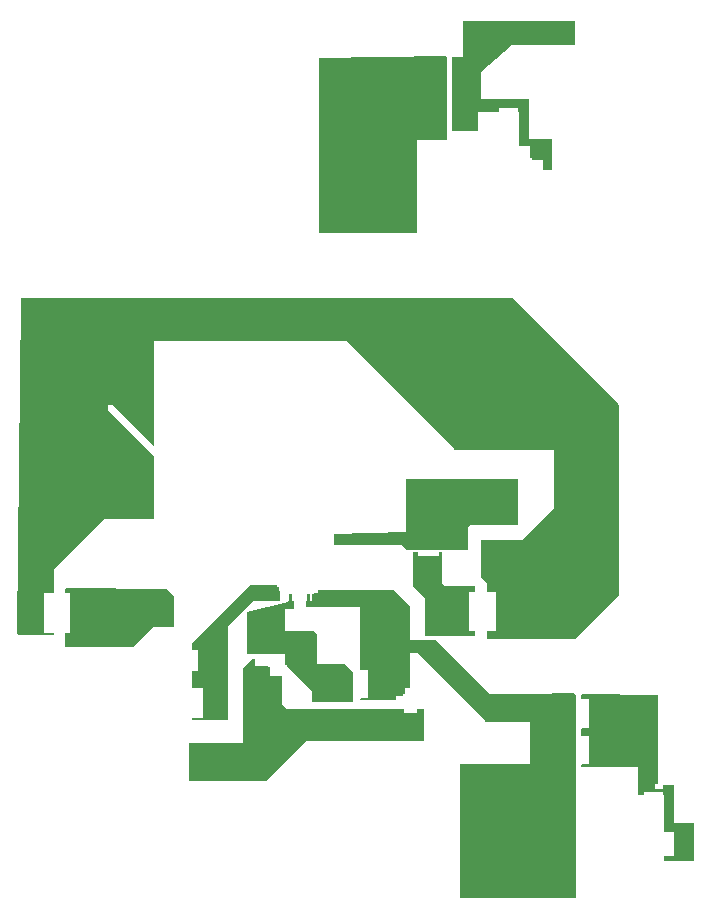
<source format=gtl>
%FSTAX23Y23*%
%MOIN*%
%SFA1B1*%

%IPPOS*%
%ADD12C,0.010000*%
%ADD15R,0.096500X0.096500*%
%ADD16R,0.023600X0.009800*%
%ADD17R,0.009800X0.023600*%
%ADD18R,0.066900X0.078700*%
%ADD19R,0.118100X0.216500*%
%ADD20R,0.037400X0.066900*%
%ADD21R,0.066900X0.037400*%
%ADD22R,0.035400X0.072800*%
%ADD23R,0.072800X0.035400*%
%ADD24R,0.051200X0.110200*%
%ADD25R,0.070900X0.029500*%
%ADD26R,0.082800X0.110500*%
%ADD27R,0.066900X0.039400*%
%ADD28R,0.061000X0.137800*%
%ADD29R,0.110200X0.051200*%
%ADD30R,0.086600X0.059100*%
%ADD31R,0.051200X0.035400*%
%ADD32R,0.035400X0.074800*%
%ADD33R,0.043300X0.023600*%
%ADD34R,0.055400X0.061500*%
%ADD35R,0.057600X0.049400*%
%ADD36R,0.053600X0.045500*%
%ADD37R,0.053100X0.037400*%
%ADD38R,0.050000X0.030000*%
%ADD39R,0.100000X0.105100*%
%ADD40R,0.105100X0.100000*%
%ADD41R,0.030000X0.050000*%
%ADD42R,0.023600X0.023600*%
%ADD68C,0.008000*%
%ADD69C,0.015000*%
%ADD70C,0.020000*%
%ADD71C,0.012000*%
%ADD72R,0.070900X0.070900*%
%ADD73C,0.070900*%
%ADD74R,0.070900X0.070900*%
%ADD75C,0.026000*%
G36*
X03879Y04492D02*
Y04217D01*
X03781*
X0378Y04218*
Y03905*
X03457*
X03453Y03908*
Y04489*
X03876Y04496*
X03879Y04492*
G37*
G36*
X04306Y04602D02*
Y04533D01*
X04098*
X03995Y04443*
Y04354*
X04153*
Y04218*
X04231*
Y04115*
X04201*
Y0415*
X04163*
Y04155*
X04158*
Y04196*
X04125*
X04122Y04199*
Y04309*
X04116*
Y04321*
X04053*
Y04309*
X03984*
Y04246*
X03983Y04245*
X03898*
Y04493*
X03935*
Y04611*
X04306*
Y04602*
G37*
G36*
X04116Y02932D02*
X03957D01*
X03949Y02924*
Y02849*
X03745*
Y02855*
X0374Y02853*
X03729Y02865*
X03505*
Y02904*
X03745Y02909*
Y03085*
X04116*
Y02932*
G37*
G36*
X03865Y02737D02*
X03874Y02728D01*
X03974*
Y02709*
X03955*
Y02644*
Y02579*
X03974*
Y02564*
X03807*
Y02689*
X03766Y02729*
Y02842*
X03785*
Y02829*
X0382*
X03855*
Y02842*
X03865*
Y02737*
G37*
G36*
X03756Y02663D02*
Y02547D01*
X03759Y0255*
X03842Y02549*
X04023Y02368*
X04158*
Y02369*
X04303Y02371*
X04311Y02363*
Y01689*
X03924*
Y02137*
X04155*
X04158Y0214*
Y02277*
X04011*
X03783Y02505*
X03756*
Y02395*
X03756Y0239*
X03739*
Y02369*
X03734*
Y02364*
X03712*
Y02348*
X03594*
X0359Y02352*
Y02353*
X03594Y02356*
X03595*
X03617*
Y02402*
Y02449*
X03595*
X03594*
X0359Y02451*
Y0266*
X0341*
Y0268*
X03413*
Y02701*
X03423*
Y0268*
X03432*
Y02701*
X03437*
Y02706*
X03452*
Y02715*
X03704*
X03756Y02663*
G37*
G36*
X04455Y03334D02*
Y02699D01*
X04309Y02554*
X04015*
Y02579*
X04044*
Y02644*
Y02709*
X04015*
Y02738*
X03993Y0276*
Y02884*
X04131*
X04236Y02989*
Y03183*
X03908*
X03546Y03545*
X02905*
Y03199*
X029Y03197*
X02766Y03332*
X02766Y03333*
X02749*
Y03315*
X0275Y03316*
X02905Y03161*
Y03098*
X02904Y03097*
Y02952*
X02736*
X02569Y02786*
Y02705*
X02537*
Y02639*
Y02574*
X02569*
Y02567*
X02452*
X02447Y02572*
X0246Y0369*
X04099*
X04455Y03334*
G37*
G36*
X02947Y0272D02*
X0297Y02697D01*
Y02591*
X02902*
X02838Y02527*
X02606*
Y02574*
X02625*
Y02639*
Y02705*
X02606*
Y02717*
X02609Y02721*
X02947Y0272*
G37*
G36*
X03364Y0268D02*
X03369D01*
Y02652*
X03341*
Y02578*
X03438*
X03447Y02568*
Y02468*
X03539*
X03568Y02439*
Y02345*
X03567Y02344*
X03429*
Y0238*
X03346Y02463*
X03347Y02467*
X03342*
X03341Y02468*
Y02503*
X03215*
Y02641*
X03349Y02675*
Y0268*
X03354*
Y02701*
X03364*
Y0268*
G37*
G36*
X0329Y02732D02*
X03314D01*
Y02727*
X03319*
Y02712*
X03324*
Y0268*
X03319Y02679*
X03235*
X03149Y02593*
Y02281*
X03031*
Y02289*
X03066*
Y02338*
Y02388*
X03031*
Y02446*
X0305*
Y02481*
Y02516*
X03031*
Y02538*
X03226Y02733*
X03288Y02734*
X0329Y02732*
G37*
G36*
X03238Y02486D02*
X03239Y02486D01*
Y02463*
X03285*
Y02458*
X0329*
Y0243*
X0333*
Y02335*
X03346Y02319*
X03738*
Y02307*
X03781*
Y02319*
X03805*
Y02213*
X03412*
X03277Y02078*
X03021*
Y02206*
X03201*
Y02456*
X03233Y02488*
X03238Y02486*
G37*
G36*
X04585Y02367D02*
Y0207D01*
X04583Y02069*
X04573*
Y02052*
X046*
Y02066*
X04637*
Y01939*
X04638Y01938*
X04703*
Y01813*
X04605*
Y01829*
X04636*
Y0187*
Y0191*
X04605*
Y02032*
X046*
Y02042*
X04537*
Y02032*
X04518*
Y02127*
X04327*
Y02132*
X04331Y02135*
X04332*
X04354*
Y02183*
Y0223*
X04332*
X04331*
X04327Y02233*
Y02252*
X0433Y02256*
X04332*
X04353*
Y02304*
Y02351*
X04332*
X0433*
X04327Y02355*
Y02364*
X04331Y02368*
X04585Y02367*
G37*
M02*
</source>
